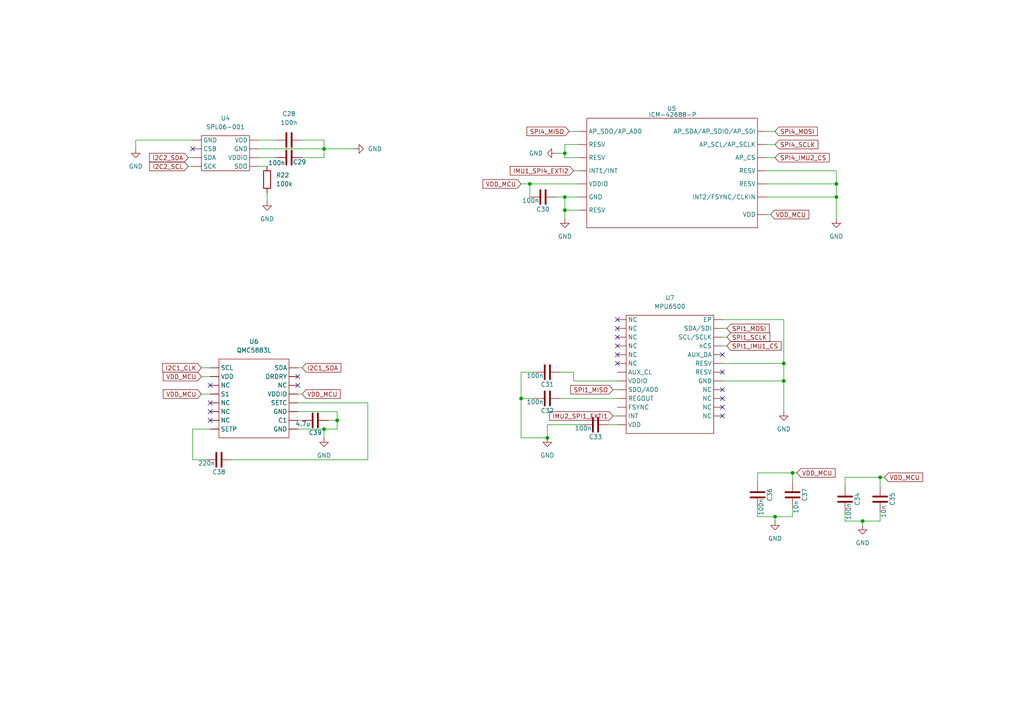
<source format=kicad_sch>
(kicad_sch (version 20250114) (generator "eeschema") (generator_version "9.0")
  (paper "A4")
  (lib_symbols
    (symbol "Device:C" (pin_numbers (hide yes)) (pin_names (offset 0.254))
      (property "Reference" "C" (at 0.635 2.54 0))
      (property "Value" "C" (at 0.635 -2.54 0))
      (symbol "C_0_1"
        (polyline (pts (xy -2.032 0.762) (xy 2.032 0.762)) (stroke (width 0.508)))
        (polyline (pts (xy -2.032 -0.762) (xy 2.032 -0.762)) (stroke (width 0.508)))
      )
      (symbol "C_1_1"
        (pin passive line (at 0 3.81 270) (length 2.794) (name "~") (number "1"))
        (pin passive line (at 0 -3.81 90) (length 2.794) (name "~") (number "2"))
      )
    )
    (symbol "Device:R" (pin_numbers (hide yes)) (pin_names (offset 0))
      (property "Reference" "R" (at 2.032 0 90))
      (property "Value" "R" (at 0 0 90))
      (symbol "R_0_1"
        (rectangle (start -1.016 -2.54) (end 1.016 2.54) (stroke (width 0.254)))
      )
      (symbol "R_1_1"
        (pin passive line (at 0 3.81 270) (length 1.27) (name "~") (number "1"))
        (pin passive line (at 0 -3.81 90) (length 1.27) (name "~") (number "2"))
      )
    )
    (symbol "fclib:ICM42688P"
      (property "Reference" "ICM-42688-P" (at 0.508 19.304 0))
      (property "Value" "IMU1" (at 0.762 17.526 0))
      (symbol "ICM42688P_0_1"
        (rectangle (start -24.13 16.51) (end 25.4 -15.24))
      )
      (symbol "ICM42688P_1_1"
        (pin input line (at -26.67 12.7 0) (length 2.54) (name "AP_SDO/AP_AD0") (number ""))
        (pin input line (at -26.67 8.89 0) (length 2.54) (name "RESV") (number ""))
        (pin input line (at -26.67 5.08 0) (length 2.54) (name "RESV") (number ""))
        (pin input line (at -26.67 1.27 0) (length 2.54) (name "INT1/INT") (number ""))
        (pin input line (at -26.67 -2.54 0) (length 2.54) (name "VDDIO") (number ""))
        (pin input line (at -26.67 -6.35 0) (length 2.54) (name "GND") (number ""))
        (pin input line (at -26.67 -10.16 0) (length 2.54) (name "RESV") (number ""))
        (pin input line (at 27.94 12.7 180) (length 2.54) (name "AP_SDA/AP_SDIO/AP_SDI") (number ""))
        (pin input line (at 27.94 8.89 180) (length 2.54) (name "AP_SCL/AP_SCLK") (number ""))
        (pin input line (at 27.94 5.08 180) (length 2.54) (name "AP_CS") (number ""))
        (pin input line (at 27.94 1.27 180) (length 2.54) (name "RESV") (number ""))
        (pin input line (at 27.94 -2.54 180) (length 2.54) (name "RESV") (number ""))
        (pin input line (at 27.94 -6.35 180) (length 2.54) (name "INT2/FSYNC/CLKIN") (number ""))
        (pin input line (at 27.94 -11.43 180) (length 2.54) (name "VDD") (number ""))
      )
    )
    (symbol "fclib:MPU6500"
      (property "Reference" "U" (at 0 0 0))
      (symbol "MPU6500_0_1"
        (rectangle (start 1.27 -1.27) (end 26.67 -35.56))
      )
      (symbol "MPU6500_1_1"
        (pin input line (at -1.27 -2.54 0) (length 2.54) (name "NC") (number ""))
        (pin input line (at -1.27 -5.08 0) (length 2.54) (name "NC") (number ""))
        (pin input line (at -1.27 -7.62 0) (length 2.54) (name "NC") (number ""))
        (pin input line (at -1.27 -10.16 0) (length 2.54) (name "NC") (number ""))
        (pin input line (at -1.27 -12.7 0) (length 2.54) (name "NC") (number ""))
        (pin input line (at -1.27 -15.24 0) (length 2.54) (name "NC") (number ""))
        (pin input line (at -1.27 -17.78 0) (length 2.54) (name "AUX_CL") (number ""))
        (pin input line (at -1.27 -20.32 0) (length 2.54) (name "VDDIO") (number ""))
        (pin input line (at -1.27 -22.86 0) (length 2.54) (name "SDO/AD0") (number ""))
        (pin input line (at -1.27 -25.4 0) (length 2.54) (name "REGOUT") (number ""))
        (pin input line (at -1.27 -27.94 0) (length 2.54) (name "FSYNC") (number ""))
        (pin input line (at -1.27 -30.48 0) (length 2.54) (name "INT") (number ""))
        (pin input line (at -1.27 -33.02 0) (length 2.54) (name "VDD") (number ""))
        (pin input line (at 29.21 -2.54 180) (length 2.54) (name "EP") (number ""))
        (pin input line (at 29.21 -5.08 180) (length 2.54) (name "SDA/SDI") (number ""))
        (pin input line (at 29.21 -7.62 180) (length 2.54) (name "SCL/SCLK") (number ""))
        (pin input line (at 29.21 -10.16 180) (length 2.54) (name "nCS") (number ""))
        (pin input line (at 29.21 -12.7 180) (length 2.54) (name "AUX_DA") (number ""))
        (pin input line (at 29.21 -15.24 180) (length 2.54) (name "RESV") (number ""))
        (pin input line (at 29.21 -17.78 180) (length 2.54) (name "RESV") (number ""))
        (pin input line (at 29.21 -20.32 180) (length 2.54) (name "GND") (number ""))
        (pin input line (at 29.21 -22.86 180) (length 2.54) (name "NC") (number ""))
        (pin input line (at 29.21 -25.4 180) (length 2.54) (name "NC") (number ""))
        (pin input line (at 29.21 -27.94 180) (length 2.54) (name "NC") (number ""))
        (pin input line (at 29.21 -30.48 180) (length 2.54) (name "NC") (number ""))
      )
    )
    (symbol "fclib:QMC5883L"
      (property "Reference" "U" (at 0 0 0))
      (symbol "QMC5883L_0_1"
        (rectangle (start 1.27 -1.27) (end 21.59 -24.13))
      )
      (symbol "QMC5883L_1_1"
        (pin input line (at -1.27 -3.81 0) (length 2.54) (name "SCL") (number ""))
        (pin input line (at -1.27 -6.35 0) (length 2.54) (name "VDD") (number ""))
        (pin input line (at -1.27 -8.89 0) (length 2.54) (name "NC") (number ""))
        (pin input line (at -1.27 -11.43 0) (length 2.54) (name "S1") (number ""))
        (pin input line (at -1.27 -13.97 0) (length 2.54) (name "NC") (number ""))
        (pin input line (at -1.27 -16.51 0) (length 2.54) (name "NC") (number ""))
        (pin input line (at -1.27 -19.05 0) (length 2.54) (name "NC") (number ""))
        (pin input line (at -1.27 -21.59 0) (length 2.54) (name "SETP") (number ""))
        (pin input line (at 24.13 -3.81 180) (length 2.54) (name "SDA") (number ""))
        (pin input line (at 24.13 -6.35 180) (length 2.54) (name "DRDRY") (number ""))
        (pin input line (at 24.13 -8.89 180) (length 2.54) (name "NC") (number ""))
        (pin input line (at 24.13 -11.43 180) (length 2.54) (name "VDDIO") (number ""))
        (pin input line (at 24.13 -13.97 180) (length 2.54) (name "SETC") (number ""))
        (pin input line (at 24.13 -16.51 180) (length 2.54) (name "GND") (number ""))
        (pin input line (at 24.13 -19.05 180) (length 2.54) (name "C1") (number ""))
        (pin input line (at 24.13 -21.59 180) (length 2.54) (name "GND") (number ""))
      )
    )
    (symbol "fclib:SPL06-001"
      (property "Reference" "U" (at 0 0 0))
      (symbol "SPL06-001_0_1"
        (rectangle (start 1.27 -2.54) (end 15.24 -12.7))
      )
      (symbol "SPL06-001_1_1"
        (pin input line (at -1.27 -3.81 0) (length 2.54) (name "GND") (number ""))
        (pin input line (at -1.27 -6.35 0) (length 2.54) (name "CSB") (number ""))
        (pin input line (at -1.27 -8.89 0) (length 2.54) (name "SDA") (number ""))
        (pin input line (at -1.27 -11.43 0) (length 2.54) (name "SCK") (number ""))
        (pin input line (at 17.78 -3.81 180) (length 2.54) (name "VDD") (number ""))
        (pin input line (at 17.78 -6.35 180) (length 2.54) (name "GND") (number ""))
        (pin input line (at 17.78 -8.89 180) (length 2.54) (name "VDDIO") (number ""))
        (pin input line (at 17.78 -11.43 180) (length 2.54) (name "SDO") (number ""))
      )
    )
    (symbol "power:GND" (power) (pin_numbers (hide yes)) (pin_names (offset 0) (hide yes))
      (property "Value" "GND" (at 0 -3.81 0))
      (symbol "GND_0_1"
        (polyline (pts (xy 0 0) (xy 0 -1.27) (xy 1.27 -1.27) (xy 0 -2.54) (xy -1.27 -1.27) (xy 0 -1.27)))
      )
      (symbol "GND_1_1"
        (pin power_in line (at 0 0 270) (length 0) (name "~") (number "1"))
      )
    )
  )
  (junction (at 163.83 57.15))
  (junction (at 163.83 44.45))
  (junction (at 163.83 60.96))
  (junction (at 242.57 53.34))
  (junction (at 229.87 137.16))
  (junction (at 93.98 43.18))
  (junction (at 224.79 149.86))
  (junction (at 250.19 151.13))
  (junction (at 227.33 110.49))
  (junction (at 93.98 124.46))
  (junction (at 227.33 105.41))
  (junction (at 153.67 53.34))
  (junction (at 151.13 115.57))
  (junction (at 158.75 127))
  (junction (at 97.79 121.92))
  (junction (at 242.57 57.15))
  (junction (at 255.27 138.43))
  (no_connect (at 86.36 109.22))
  (no_connect (at 60.96 121.92))
  (no_connect (at 55.88 43.18))
  (no_connect (at 209.55 115.57))
  (no_connect (at 179.07 92.71))
  (no_connect (at 86.36 111.76))
  (no_connect (at 209.55 113.03))
  (no_connect (at 60.96 111.76))
  (no_connect (at 209.55 102.87))
  (no_connect (at 60.96 116.84))
  (no_connect (at 179.07 102.87))
  (no_connect (at 209.55 107.95))
  (no_connect (at 209.55 120.65))
  (no_connect (at 209.55 118.11))
  (no_connect (at 60.96 119.38))
  (no_connect (at 179.07 100.33))
  (no_connect (at 179.07 97.79))
  (no_connect (at 179.07 95.25))
  (no_connect (at 179.07 105.41))
  (wire (pts (xy 166.37 110.49) (xy 179.07 110.49)))
  (wire (pts (xy 222.25 38.1) (xy 224.79 38.1)))
  (wire (pts (xy 166.37 107.95) (xy 166.37 110.49)))
  (wire (pts (xy 219.71 149.86) (xy 224.79 149.86)))
  (wire (pts (xy 245.11 148.59) (xy 245.11 151.13)))
  (wire (pts (xy 209.55 92.71) (xy 227.33 92.71)))
  (wire (pts (xy 86.36 121.92) (xy 87.63 121.92)))
  (wire (pts (xy 227.33 110.49) (xy 227.33 119.38)))
  (wire (pts (xy 219.71 137.16) (xy 219.71 139.7)))
  (wire (pts (xy 95.25 121.92) (xy 97.79 121.92)))
  (wire (pts (xy 54.61 45.72) (xy 55.88 45.72)))
  (wire (pts (xy 55.88 133.35) (xy 59.69 133.35)))
  (wire (pts (xy 227.33 105.41) (xy 227.33 110.49)))
  (wire (pts (xy 87.63 40.64) (xy 93.98 40.64)))
  (wire (pts (xy 86.36 119.38) (xy 97.79 119.38)))
  (wire (pts (xy 209.55 95.25) (xy 210.82 95.25)))
  (wire (pts (xy 39.37 40.64) (xy 55.88 40.64)))
  (wire (pts (xy 151.13 115.57) (xy 151.13 127)))
  (wire (pts (xy 219.71 147.32) (xy 219.71 149.86)))
  (wire (pts (xy 209.55 100.33) (xy 210.82 100.33)))
  (wire (pts (xy 177.8 120.65) (xy 179.07 120.65)))
  (wire (pts (xy 93.98 124.46) (xy 93.98 127)))
  (wire (pts (xy 163.83 57.15) (xy 163.83 60.96)))
  (wire (pts (xy 151.13 107.95) (xy 151.13 115.57)))
  (wire (pts (xy 242.57 57.15) (xy 242.57 63.5)))
  (wire (pts (xy 74.93 45.72) (xy 80.01 45.72)))
  (wire (pts (xy 222.25 62.23) (xy 223.52 62.23)))
  (wire (pts (xy 229.87 137.16) (xy 231.14 137.16)))
  (wire (pts (xy 222.25 53.34) (xy 242.57 53.34)))
  (wire (pts (xy 163.83 45.72) (xy 163.83 44.45)))
  (wire (pts (xy 163.83 44.45) (xy 161.29 44.45)))
  (wire (pts (xy 209.55 110.49) (xy 227.33 110.49)))
  (wire (pts (xy 229.87 139.7) (xy 229.87 137.16)))
  (wire (pts (xy 39.37 43.18) (xy 39.37 40.64)))
  (wire (pts (xy 165.1 38.1) (xy 167.64 38.1)))
  (wire (pts (xy 245.11 138.43) (xy 245.11 140.97)))
  (wire (pts (xy 167.64 60.96) (xy 163.83 60.96)))
  (wire (pts (xy 229.87 147.32) (xy 229.87 149.86)))
  (wire (pts (xy 222.25 57.15) (xy 242.57 57.15)))
  (wire (pts (xy 74.93 40.64) (xy 80.01 40.64)))
  (wire (pts (xy 255.27 148.59) (xy 255.27 151.13)))
  (wire (pts (xy 167.64 45.72) (xy 163.83 45.72)))
  (wire (pts (xy 86.36 106.68) (xy 87.63 106.68)))
  (wire (pts (xy 106.68 116.84) (xy 86.36 116.84)))
  (wire (pts (xy 222.25 45.72) (xy 224.79 45.72)))
  (wire (pts (xy 153.67 53.34) (xy 167.64 53.34)))
  (wire (pts (xy 162.56 115.57) (xy 179.07 115.57)))
  (wire (pts (xy 229.87 149.86) (xy 224.79 149.86)))
  (wire (pts (xy 161.29 57.15) (xy 163.83 57.15)))
  (wire (pts (xy 86.36 114.3) (xy 87.63 114.3)))
  (wire (pts (xy 250.19 151.13) (xy 250.19 152.4)))
  (wire (pts (xy 163.83 60.96) (xy 163.83 63.5)))
  (wire (pts (xy 158.75 123.19) (xy 158.75 127)))
  (wire (pts (xy 86.36 124.46) (xy 93.98 124.46)))
  (wire (pts (xy 163.83 41.91) (xy 163.83 44.45)))
  (wire (pts (xy 177.8 113.03) (xy 179.07 113.03)))
  (wire (pts (xy 255.27 140.97) (xy 255.27 138.43)))
  (wire (pts (xy 58.42 106.68) (xy 60.96 106.68)))
  (wire (pts (xy 176.53 123.19) (xy 179.07 123.19)))
  (wire (pts (xy 93.98 45.72) (xy 93.98 43.18)))
  (wire (pts (xy 58.42 109.22) (xy 60.96 109.22)))
  (wire (pts (xy 58.42 114.3) (xy 60.96 114.3)))
  (wire (pts (xy 67.31 133.35) (xy 106.68 133.35)))
  (wire (pts (xy 151.13 115.57) (xy 154.94 115.57)))
  (wire (pts (xy 255.27 151.13) (xy 250.19 151.13)))
  (wire (pts (xy 55.88 124.46) (xy 55.88 133.35)))
  (wire (pts (xy 242.57 53.34) (xy 242.57 57.15)))
  (wire (pts (xy 153.67 53.34) (xy 151.13 53.34)))
  (wire (pts (xy 106.68 133.35) (xy 106.68 116.84)))
  (wire (pts (xy 162.56 107.95) (xy 166.37 107.95)))
  (wire (pts (xy 87.63 45.72) (xy 93.98 45.72)))
  (wire (pts (xy 166.37 49.53) (xy 167.64 49.53)))
  (wire (pts (xy 222.25 41.91) (xy 224.79 41.91)))
  (wire (pts (xy 154.94 107.95) (xy 151.13 107.95)))
  (wire (pts (xy 97.79 119.38) (xy 97.79 121.92)))
  (wire (pts (xy 209.55 105.41) (xy 227.33 105.41)))
  (wire (pts (xy 54.61 48.26) (xy 55.88 48.26)))
  (wire (pts (xy 245.11 151.13) (xy 250.19 151.13)))
  (wire (pts (xy 222.25 49.53) (xy 242.57 49.53)))
  (wire (pts (xy 97.79 124.46) (xy 93.98 124.46)))
  (wire (pts (xy 151.13 127) (xy 158.75 127)))
  (wire (pts (xy 93.98 43.18) (xy 102.87 43.18)))
  (wire (pts (xy 224.79 149.86) (xy 224.79 151.13)))
  (wire (pts (xy 60.96 124.46) (xy 55.88 124.46)))
  (wire (pts (xy 167.64 41.91) (xy 163.83 41.91)))
  (wire (pts (xy 255.27 138.43) (xy 256.54 138.43)))
  (wire (pts (xy 227.33 92.71) (xy 227.33 105.41)))
  (wire (pts (xy 242.57 49.53) (xy 242.57 53.34)))
  (wire (pts (xy 209.55 97.79) (xy 210.82 97.79)))
  (wire (pts (xy 167.64 57.15) (xy 163.83 57.15)))
  (wire (pts (xy 97.79 121.92) (xy 97.79 124.46)))
  (wire (pts (xy 255.27 138.43) (xy 245.11 138.43)))
  (wire (pts (xy 93.98 40.64) (xy 93.98 43.18)))
  (wire (pts (xy 74.93 48.26) (xy 77.47 48.26)))
  (wire (pts (xy 77.47 55.88) (xy 77.47 58.42)))
  (wire (pts (xy 168.91 123.19) (xy 158.75 123.19)))
  (wire (pts (xy 153.67 57.15) (xy 153.67 53.34)))
  (wire (pts (xy 229.87 137.16) (xy 219.71 137.16)))
  (wire (pts (xy 74.93 43.18) (xy 93.98 43.18)))
  (global_label "SPI1_MISO" (shape input) (at 177.8 113.03 180) (property "Intersheetrefs" "${INTERSHEET_REFS}" (effects (hide yes))))
  (global_label "VDD_MCU" (shape input) (at 58.42 114.3 180) (property "Intersheetrefs" "${INTERSHEET_REFS}" (effects (hide yes))))
  (global_label "VDD_MCU" (shape input) (at 87.63 114.3 0) (property "Intersheetrefs" "${INTERSHEET_REFS}" (effects (hide yes))))
  (global_label "I2C2_SCL" (shape input) (at 54.61 48.26 180) (property "Intersheetrefs" "${INTERSHEET_REFS}" (effects (hide yes))))
  (global_label "VDD_MCU" (shape input) (at 151.13 53.34 180) (property "Intersheetrefs" "${INTERSHEET_REFS}" (effects (hide yes))))
  (global_label "IMU1_SPI4_EXTI2" (shape input) (at 166.37 49.53 180) (property "Intersheetrefs" "${INTERSHEET_REFS}" (effects (hide yes))))
  (global_label "I2C1_SDA" (shape input) (at 87.63 106.68 0) (property "Intersheetrefs" "${INTERSHEET_REFS}" (effects (hide yes))))
  (global_label "SPI4_IMU2_CS" (shape input) (at 224.79 45.72 0) (property "Intersheetrefs" "${INTERSHEET_REFS}" (effects (hide yes))))
  (global_label "SPI4_SCLK" (shape input) (at 224.79 41.91 0) (property "Intersheetrefs" "${INTERSHEET_REFS}" (effects (hide yes))))
  (global_label "IMU2_SPI1_EXTI1" (shape input) (at 177.8 120.65 180) (property "Intersheetrefs" "${INTERSHEET_REFS}" (effects (hide yes))))
  (global_label "SPI1_SCLK" (shape input) (at 210.82 97.79 0) (property "Intersheetrefs" "${INTERSHEET_REFS}" (effects (hide yes))))
  (global_label "VDD_MCU" (shape input) (at 58.42 109.22 180) (property "Intersheetrefs" "${INTERSHEET_REFS}" (effects (hide yes))))
  (global_label "VDD_MCU" (shape input) (at 223.52 62.23 0) (property "Intersheetrefs" "${INTERSHEET_REFS}" (effects (hide yes))))
  (global_label "SPI1_IMU1_CS" (shape input) (at 210.82 100.33 0) (property "Intersheetrefs" "${INTERSHEET_REFS}" (effects (hide yes))))
  (global_label "SPI4_MISO" (shape input) (at 165.1 38.1 180) (property "Intersheetrefs" "${INTERSHEET_REFS}" (effects (hide yes))))
  (global_label "SPI1_MOSI" (shape input) (at 210.82 95.25 0) (property "Intersheetrefs" "${INTERSHEET_REFS}" (effects (hide yes))))
  (global_label "VDD_MCU" (shape input) (at 256.54 138.43 0) (property "Intersheetrefs" "${INTERSHEET_REFS}" (effects (hide yes))))
  (global_label "I2C2_SDA" (shape input) (at 54.61 45.72 180) (property "Intersheetrefs" "${INTERSHEET_REFS}" (effects (hide yes))))
  (global_label "I2C1_CLK" (shape input) (at 58.42 106.68 180) (property "Intersheetrefs" "${INTERSHEET_REFS}" (effects (hide yes))))
  (global_label "VDD_MCU" (shape input) (at 231.14 137.16 0) (property "Intersheetrefs" "${INTERSHEET_REFS}" (effects (hide yes))))
  (global_label "SPI4_MOSI" (shape input) (at 224.79 38.1 0) (property "Intersheetrefs" "${INTERSHEET_REFS}" (effects (hide yes))))
  (symbol (lib_id "Device:C") (at 83.82 45.72 90) (unit 1)
    (property "Reference" "C29" (at 86.868 46.99 90))
    (property "Value" "100n" (at 80.264 47.244 90))
    (property "Description" "Unpolarized capacitor" (effects (hide yes)))
  )
  (symbol (lib_id "power:GND") (at 161.29 44.45 270) (unit 1)
    (property "Reference" "#PWR026" (effects (hide yes)))
    (property "Value" "GND" (at 157.48 44.4499 90) (effects (justify right)))
    (property "Description" "Power symbol creates a global label with name \"GND\" , ground" (effects (hide yes)))
  )
  (symbol (lib_id "Device:C") (at 158.75 115.57 90) (unit 1)
    (property "Reference" "C32" (at 158.75 119.126 90))
    (property "Value" "100n" (at 155.194 116.586 90))
    (property "Description" "Unpolarized capacitor" (effects (hide yes)))
  )
  (symbol (lib_id "fclib:QMC5883L") (at 62.23 102.87 0) (unit 1)
    (property "Reference" "U6" (at 73.66 99.06 0))
    (property "Value" "QMC5883L" (at 73.66 101.6 0))
  )
  (symbol (lib_id "power:GND") (at 227.33 119.38 0) (unit 1)
    (property "Reference" "#PWR028" (effects (hide yes)))
    (property "Value" "GND" (at 227.33 124.46 0))
    (property "Description" "Power symbol creates a global label with name \"GND\" , ground" (effects (hide yes)))
  )
  (symbol (lib_id "Device:C") (at 158.75 107.95 90) (unit 1)
    (property "Reference" "C31" (at 158.75 111.506 90))
    (property "Value" "100n" (at 155.194 108.966 90))
    (property "Description" "Unpolarized capacitor" (effects (hide yes)))
  )
  (symbol (lib_id "Device:C") (at 63.5 133.35 90) (unit 1)
    (property "Reference" "C38" (at 63.5 136.906 90))
    (property "Value" "220n" (at 59.944 134.366 90))
    (property "Description" "Unpolarized capacitor" (effects (hide yes)))
  )
  (symbol (lib_id "Device:C") (at 172.72 123.19 90) (unit 1)
    (property "Reference" "C33" (at 172.72 126.746 90))
    (property "Value" "100n" (at 169.164 124.206 90))
    (property "Description" "Unpolarized capacitor" (effects (hide yes)))
  )
  (symbol (lib_id "Device:C") (at 245.11 144.78 180) (unit 1)
    (property "Reference" "C34" (at 248.666 144.78 90))
    (property "Value" "100n" (at 246.126 148.336 90))
    (property "Description" "Unpolarized capacitor" (effects (hide yes)))
  )
  (symbol (lib_id "power:GND") (at 242.57 63.5 0) (unit 1)
    (property "Reference" "#PWR027" (effects (hide yes)))
    (property "Value" "GND" (at 242.57 68.58 0))
    (property "Description" "Power symbol creates a global label with name \"GND\" , ground" (effects (hide yes)))
  )
  (symbol (lib_id "power:GND") (at 77.47 58.42 0) (unit 1)
    (property "Reference" "#PWR023" (effects (hide yes)))
    (property "Value" "GND" (at 77.47 63.5 0))
    (property "Description" "Power symbol creates a global label with name \"GND\" , ground" (effects (hide yes)))
  )
  (symbol (lib_id "power:GND") (at 158.75 127 0) (unit 1)
    (property "Reference" "#PWR029" (effects (hide yes)))
    (property "Value" "GND" (at 158.75 132.08 0))
    (property "Description" "Power symbol creates a global label with name \"GND\" , ground" (effects (hide yes)))
  )
  (symbol (lib_id "Device:C") (at 157.48 57.15 90) (unit 1)
    (property "Reference" "C30" (at 157.48 60.706 90))
    (property "Value" "100n" (at 153.924 58.166 90))
    (property "Description" "Unpolarized capacitor" (effects (hide yes)))
  )
  (symbol (lib_id "Device:C") (at 219.71 143.51 180) (unit 1)
    (property "Reference" "C36" (at 223.266 143.51 90))
    (property "Value" "100n" (at 220.726 147.066 90))
    (property "Description" "Unpolarized capacitor" (effects (hide yes)))
  )
  (symbol (lib_id "Device:C") (at 91.44 121.92 90) (unit 1)
    (property "Reference" "C39" (at 91.44 125.476 90))
    (property "Value" "4.7u" (at 87.884 122.936 90))
    (property "Description" "Unpolarized capacitor" (effects (hide yes)))
  )
  (symbol (lib_id "Device:C") (at 83.82 40.64 90) (unit 1)
    (property "Reference" "C28" (at 83.82 33.02 90))
    (property "Value" "100n" (at 83.82 35.56 90))
    (property "Description" "Unpolarized capacitor" (effects (hide yes)))
  )
  (symbol (lib_id "power:GND") (at 93.98 127 0) (unit 1)
    (property "Reference" "#PWR032" (effects (hide yes)))
    (property "Value" "GND" (at 93.98 132.08 0))
    (property "Description" "Power symbol creates a global label with name \"GND\" , ground" (effects (hide yes)))
  )
  (symbol (lib_id "fclib:SPL06-001") (at 57.15 36.83 0) (unit 1)
    (property "Reference" "U4" (at 65.405 34.29 0))
    (property "Value" "SPL06-001" (at 65.405 36.83 0))
  )
  (symbol (lib_id "power:GND") (at 39.37 43.18 0) (unit 1)
    (property "Reference" "#PWR022" (effects (hide yes)))
    (property "Value" "GND" (at 39.37 48.26 0))
    (property "Description" "Power symbol creates a global label with name \"GND\" , ground" (effects (hide yes)))
  )
  (symbol (lib_id "power:GND") (at 250.19 152.4 0) (unit 1)
    (property "Reference" "#PWR030" (effects (hide yes)))
    (property "Value" "GND" (at 250.19 157.48 0))
    (property "Description" "Power symbol creates a global label with name \"GND\" , ground" (effects (hide yes)))
  )
  (symbol (lib_id "power:GND") (at 102.87 43.18 90) (unit 1)
    (property "Reference" "#PWR024" (effects (hide yes)))
    (property "Value" "GND" (at 106.68 43.1799 90) (effects (justify right)))
    (property "Description" "Power symbol creates a global label with name \"GND\" , ground" (effects (hide yes)))
  )
  (symbol (lib_id "power:GND") (at 163.83 63.5 0) (unit 1)
    (property "Reference" "#PWR025" (effects (hide yes)))
    (property "Value" "GND" (at 163.83 68.58 0))
    (property "Description" "Power symbol creates a global label with name \"GND\" , ground" (effects (hide yes)))
  )
  (symbol (lib_id "fclib:ICM42688P") (at 194.31 50.8 0) (unit 1)
    (property "Reference" "U5" (at 194.818 31.496 0))
    (property "Value" "ICM-42688-P" (at 195.072 33.274 0))
  )
  (symbol (lib_id "Device:C") (at 229.87 143.51 180) (unit 1)
    (property "Reference" "C37" (at 233.426 143.51 90))
    (property "Value" "10n" (at 230.886 147.066 90))
    (property "Description" "Unpolarized capacitor" (effects (hide yes)))
  )
  (symbol (lib_id "fclib:MPU6500") (at 180.34 90.17 0) (unit 1)
    (property "Reference" "U7" (at 194.31 86.36 0))
    (property "Value" "MPU6500" (at 194.31 88.9 0))
  )
  (symbol (lib_id "Device:R") (at 77.47 52.07 0) (unit 1)
    (property "Reference" "R22" (at 80.01 50.7999 0) (effects (justify left)))
    (property "Value" "100k" (at 80.01 53.3399 0) (effects (justify left)))
    (property "Footprint" "Resistor_SMD:R_0603_1608Metric" (effects (hide yes)))
    (property "Description" "Resistor" (effects (hide yes)))
  )
  (symbol (lib_id "Device:C") (at 255.27 144.78 180) (unit 1)
    (property "Reference" "C35" (at 258.826 144.78 90))
    (property "Value" "10n" (at 256.286 148.336 90))
    (property "Description" "Unpolarized capacitor" (effects (hide yes)))
  )
  (symbol (lib_id "power:GND") (at 224.79 151.13 0) (unit 1)
    (property "Reference" "#PWR031" (effects (hide yes)))
    (property "Value" "GND" (at 224.79 156.21 0))
    (property "Description" "Power symbol creates a global label with name \"GND\" , ground" (effects (hide yes)))
  )
)
</source>
